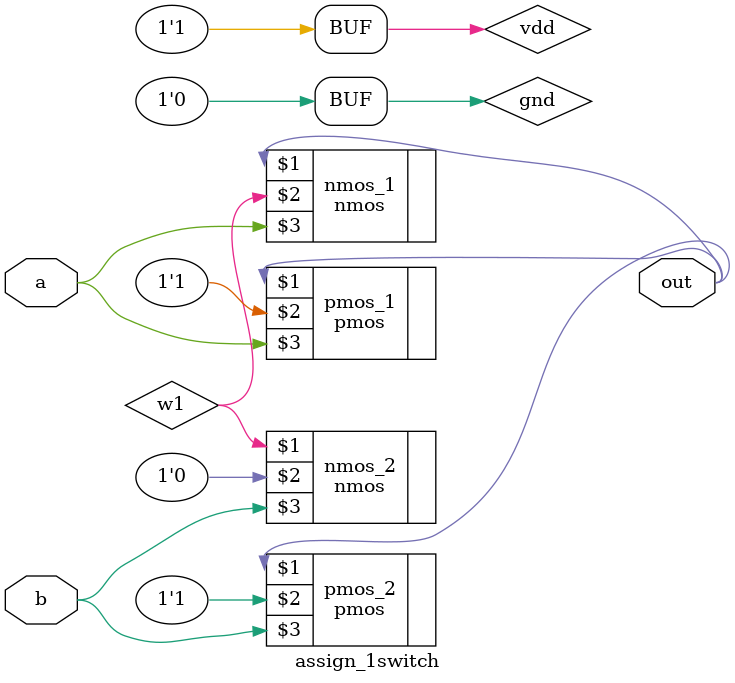
<source format=v>
`timescale 1ns / 1ps


module assign_1switch(input a,b,output out);
wire w1;
supply1 vdd;
supply0 gnd;
pmos pmos_1(out,vdd,a);
pmos pmos_2(out,vdd,b);
nmos nmos_1(out,w1,a);
nmos nmos_2(w1,gnd,b);
endmodule

</source>
